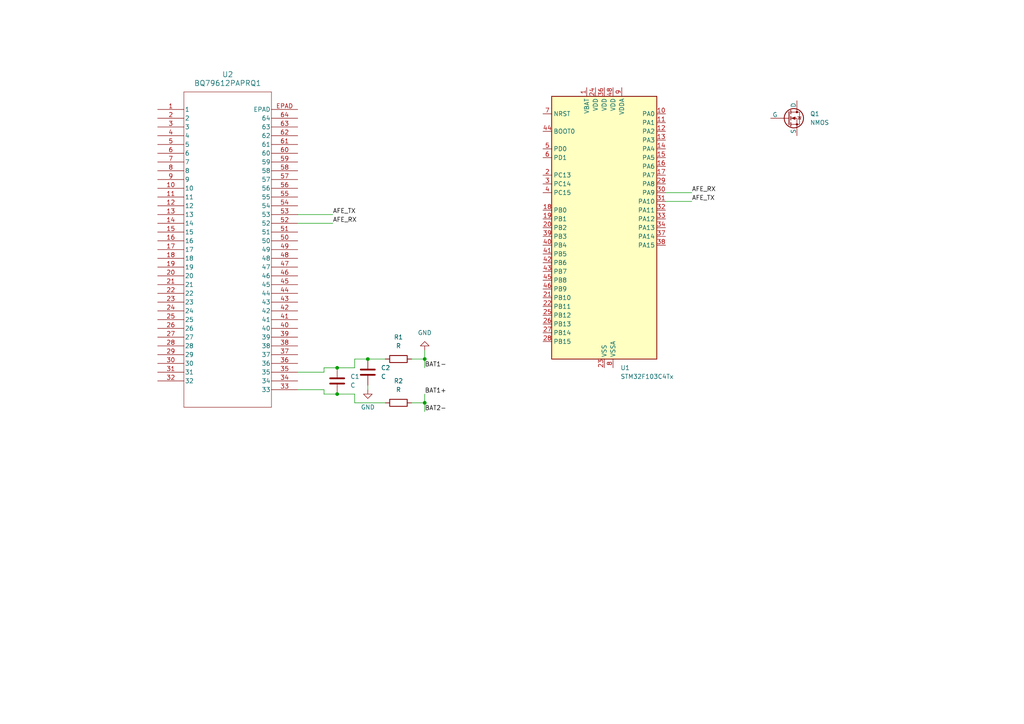
<source format=kicad_sch>
(kicad_sch (version 20250114) (generator "eeschema") (generator_version "9.0")
  (paper "A4")
  (lib_symbols
    (symbol "BQ79612:BQ79612PAPRQ1" (pin_names (offset 0.254))
      (property "Reference" "U" (at 20.32 10.16 0))
      (property "Value" "BQ79612PAPRQ1" (at 20.32 7.62 0))
      (symbol "BQ79612PAPRQ1_0_1"
        (polyline (pts (xy 7.62 5.08) (xy 7.62 -86.36)) (stroke (width 0.127)))
        (polyline (pts (xy 7.62 -86.36) (xy 33.02 -86.36)) (stroke (width 0.127)))
        (polyline (pts (xy 33.02 5.08) (xy 7.62 5.08)) (stroke (width 0.127)))
        (polyline (pts (xy 33.02 -86.36) (xy 33.02 5.08)) (stroke (width 0.127)))
        (pin unspecified line (at 0 0 0) (length 7.62) (name "1") (number "1"))
        (pin unspecified line (at 0 -2.54 0) (length 7.62) (name "2") (number "2"))
        (pin unspecified line (at 0 -5.08 0) (length 7.62) (name "3") (number "3"))
        (pin unspecified line (at 0 -7.62 0) (length 7.62) (name "4") (number "4"))
        (pin unspecified line (at 0 -10.16 0) (length 7.62) (name "5") (number "5"))
        (pin unspecified line (at 0 -12.7 0) (length 7.62) (name "6") (number "6"))
        (pin unspecified line (at 0 -15.24 0) (length 7.62) (name "7") (number "7"))
        (pin unspecified line (at 0 -17.78 0) (length 7.62) (name "8") (number "8"))
        (pin unspecified line (at 0 -20.32 0) (length 7.62) (name "9") (number "9"))
        (pin unspecified line (at 0 -22.86 0) (length 7.62) (name "10") (number "10"))
        (pin unspecified line (at 0 -25.4 0) (length 7.62) (name "11") (number "11"))
        (pin unspecified line (at 0 -27.94 0) (length 7.62) (name "12") (number "12"))
        (pin unspecified line (at 0 -30.48 0) (length 7.62) (name "13") (number "13"))
        (pin unspecified line (at 0 -33.02 0) (length 7.62) (name "14") (number "14"))
        (pin unspecified line (at 0 -35.56 0) (length 7.62) (name "15") (number "15"))
        (pin unspecified line (at 0 -38.1 0) (length 7.62) (name "16") (number "16"))
        (pin unspecified line (at 0 -40.64 0) (length 7.62) (name "17") (number "17"))
        (pin unspecified line (at 0 -43.18 0) (length 7.62) (name "18") (number "18"))
        (pin unspecified line (at 0 -45.72 0) (length 7.62) (name "19") (number "19"))
        (pin unspecified line (at 0 -48.26 0) (length 7.62) (name "20") (number "20"))
        (pin unspecified line (at 0 -50.8 0) (length 7.62) (name "21") (number "21"))
        (pin unspecified line (at 0 -53.34 0) (length 7.62) (name "22") (number "22"))
        (pin unspecified line (at 0 -55.88 0) (length 7.62) (name "23") (number "23"))
        (pin unspecified line (at 0 -58.42 0) (length 7.62) (name "24") (number "24"))
        (pin unspecified line (at 0 -60.96 0) (length 7.62) (name "25") (number "25"))
        (pin unspecified line (at 0 -63.5 0) (length 7.62) (name "26") (number "26"))
        (pin unspecified line (at 0 -66.04 0) (length 7.62) (name "27") (number "27"))
        (pin unspecified line (at 0 -68.58 0) (length 7.62) (name "28") (number "28"))
        (pin unspecified line (at 0 -71.12 0) (length 7.62) (name "29") (number "29"))
        (pin unspecified line (at 0 -73.66 0) (length 7.62) (name "30") (number "30"))
        (pin unspecified line (at 0 -76.2 0) (length 7.62) (name "31") (number "31"))
        (pin unspecified line (at 0 -78.74 0) (length 7.62) (name "32") (number "32"))
        (pin unspecified line (at 40.64 0 180) (length 7.62) (name "EPAD") (number "EPAD"))
        (pin unspecified line (at 40.64 -2.54 180) (length 7.62) (name "64") (number "64"))
        (pin unspecified line (at 40.64 -5.08 180) (length 7.62) (name "63") (number "63"))
        (pin unspecified line (at 40.64 -7.62 180) (length 7.62) (name "62") (number "62"))
        (pin unspecified line (at 40.64 -10.16 180) (length 7.62) (name "61") (number "61"))
        (pin unspecified line (at 40.64 -12.7 180) (length 7.62) (name "60") (number "60"))
        (pin unspecified line (at 40.64 -15.24 180) (length 7.62) (name "59") (number "59"))
        (pin unspecified line (at 40.64 -17.78 180) (length 7.62) (name "58") (number "58"))
        (pin unspecified line (at 40.64 -20.32 180) (length 7.62) (name "57") (number "57"))
        (pin unspecified line (at 40.64 -22.86 180) (length 7.62) (name "56") (number "56"))
        (pin unspecified line (at 40.64 -25.4 180) (length 7.62) (name "55") (number "55"))
        (pin unspecified line (at 40.64 -27.94 180) (length 7.62) (name "54") (number "54"))
        (pin unspecified line (at 40.64 -30.48 180) (length 7.62) (name "53") (number "53"))
        (pin unspecified line (at 40.64 -33.02 180) (length 7.62) (name "52") (number "52"))
        (pin unspecified line (at 40.64 -35.56 180) (length 7.62) (name "51") (number "51"))
        (pin unspecified line (at 40.64 -38.1 180) (length 7.62) (name "50") (number "50"))
        (pin unspecified line (at 40.64 -40.64 180) (length 7.62) (name "49") (number "49"))
        (pin unspecified line (at 40.64 -43.18 180) (length 7.62) (name "48") (number "48"))
        (pin unspecified line (at 40.64 -45.72 180) (length 7.62) (name "47") (number "47"))
        (pin unspecified line (at 40.64 -48.26 180) (length 7.62) (name "46") (number "46"))
        (pin unspecified line (at 40.64 -50.8 180) (length 7.62) (name "45") (number "45"))
        (pin unspecified line (at 40.64 -53.34 180) (length 7.62) (name "44") (number "44"))
        (pin unspecified line (at 40.64 -55.88 180) (length 7.62) (name "43") (number "43"))
        (pin unspecified line (at 40.64 -58.42 180) (length 7.62) (name "42") (number "42"))
        (pin unspecified line (at 40.64 -60.96 180) (length 7.62) (name "41") (number "41"))
        (pin unspecified line (at 40.64 -63.5 180) (length 7.62) (name "40") (number "40"))
        (pin unspecified line (at 40.64 -66.04 180) (length 7.62) (name "39") (number "39"))
        (pin unspecified line (at 40.64 -68.58 180) (length 7.62) (name "38") (number "38"))
        (pin unspecified line (at 40.64 -71.12 180) (length 7.62) (name "37") (number "37"))
        (pin unspecified line (at 40.64 -73.66 180) (length 7.62) (name "36") (number "36"))
        (pin unspecified line (at 40.64 -76.2 180) (length 7.62) (name "35") (number "35"))
        (pin unspecified line (at 40.64 -78.74 180) (length 7.62) (name "34") (number "34"))
        (pin unspecified line (at 40.64 -81.28 180) (length 7.62) (name "33") (number "33"))
      )
    )
    (symbol "Device:C" (pin_numbers (hide yes)) (pin_names (offset 0.254))
      (property "Reference" "C" (at 0.635 2.54 0))
      (property "Value" "C" (at 0.635 -2.54 0))
      (symbol "C_0_1"
        (polyline (pts (xy -2.032 0.762) (xy 2.032 0.762)) (stroke (width 0.508)))
        (polyline (pts (xy -2.032 -0.762) (xy 2.032 -0.762)) (stroke (width 0.508)))
      )
      (symbol "C_1_1"
        (pin passive line (at 0 3.81 270) (length 2.794) (name "~") (number "1"))
        (pin passive line (at 0 -3.81 90) (length 2.794) (name "~") (number "2"))
      )
    )
    (symbol "Device:R" (pin_numbers (hide yes)) (pin_names (offset 0))
      (property "Reference" "R" (at 2.032 0 90))
      (property "Value" "R" (at 0 0 90))
      (symbol "R_0_1"
        (rectangle (start -1.016 -2.54) (end 1.016 2.54) (stroke (width 0.254)))
      )
      (symbol "R_1_1"
        (pin passive line (at 0 3.81 270) (length 1.27) (name "~") (number "1"))
        (pin passive line (at 0 -3.81 90) (length 1.27) (name "~") (number "2"))
      )
    )
    (symbol "MCU_ST_STM32F1:STM32F103C4Tx"
      (property "Reference" "U" (at -15.24 39.37 0))
      (property "Value" "STM32F103C4Tx" (at 7.62 39.37 0))
      (symbol "STM32F103C4Tx_0_1"
        (rectangle (start -15.24 -38.1) (end 15.24 38.1) (stroke (width 0.254)) (fill (type background)))
      )
      (symbol "STM32F103C4Tx_1_1"
        (pin input line (at -17.78 33.02 0) (length 2.54) (name "NRST") (number "7"))
        (pin input line (at -17.78 27.94 0) (length 2.54) (name "BOOT0") (number "44"))
        (pin bidirectional line (at -17.78 22.86 0) (length 2.54) (name "PD0") (number "5"))
        (pin bidirectional line (at -17.78 20.32 0) (length 2.54) (name "PD1") (number "6"))
        (pin bidirectional line (at -17.78 15.24 0) (length 2.54) (name "PC13") (number "2"))
        (pin bidirectional line (at -17.78 12.7 0) (length 2.54) (name "PC14") (number "3"))
        (pin bidirectional line (at -17.78 10.16 0) (length 2.54) (name "PC15") (number "4"))
        (pin bidirectional line (at -17.78 5.08 0) (length 2.54) (name "PB0") (number "18"))
        (pin bidirectional line (at -17.78 2.54 0) (length 2.54) (name "PB1") (number "19"))
        (pin bidirectional line (at -17.78 0 0) (length 2.54) (name "PB2") (number "20"))
        (pin bidirectional line (at -17.78 -2.54 0) (length 2.54) (name "PB3") (number "39"))
        (pin bidirectional line (at -17.78 -5.08 0) (length 2.54) (name "PB4") (number "40"))
        (pin bidirectional line (at -17.78 -7.62 0) (length 2.54) (name "PB5") (number "41"))
        (pin bidirectional line (at -17.78 -10.16 0) (length 2.54) (name "PB6") (number "42"))
        (pin bidirectional line (at -17.78 -12.7 0) (length 2.54) (name "PB7") (number "43"))
        (pin bidirectional line (at -17.78 -15.24 0) (length 2.54) (name "PB8") (number "45"))
        (pin bidirectional line (at -17.78 -17.78 0) (length 2.54) (name "PB9") (number "46"))
        (pin bidirectional line (at -17.78 -20.32 0) (length 2.54) (name "PB10") (number "21"))
        (pin bidirectional line (at -17.78 -22.86 0) (length 2.54) (name "PB11") (number "22"))
        (pin bidirectional line (at -17.78 -25.4 0) (length 2.54) (name "PB12") (number "25"))
        (pin bidirectional line (at -17.78 -27.94 0) (length 2.54) (name "PB13") (number "26"))
        (pin bidirectional line (at -17.78 -30.48 0) (length 2.54) (name "PB14") (number "27"))
        (pin bidirectional line (at -17.78 -33.02 0) (length 2.54) (name "PB15") (number "28"))
        (pin power_in line (at -5.08 40.64 270) (length 2.54) (name "VBAT") (number "1"))
        (pin power_in line (at -2.54 40.64 270) (length 2.54) (name "VDD") (number "24"))
        (pin power_in line (at 0 40.64 270) (length 2.54) (name "VDD") (number "36"))
        (pin power_in line (at 0 -40.64 90) (length 2.54) (name "VSS") (number "23"))
        (pin passive line (at 0 -40.64 90) (length 2.54) (hide yes) (name "VSS") (number "35"))
        (pin passive line (at 0 -40.64 90) (length 2.54) (hide yes) (name "VSS") (number "47"))
        (pin power_in line (at 2.54 40.64 270) (length 2.54) (name "VDD") (number "48"))
        (pin power_in line (at 2.54 -40.64 90) (length 2.54) (name "VSSA") (number "8"))
        (pin power_in line (at 5.08 40.64 270) (length 2.54) (name "VDDA") (number "9"))
        (pin bidirectional line (at 17.78 33.02 180) (length 2.54) (name "PA0") (number "10"))
        (pin bidirectional line (at 17.78 30.48 180) (length 2.54) (name "PA1") (number "11"))
        (pin bidirectional line (at 17.78 27.94 180) (length 2.54) (name "PA2") (number "12"))
        (pin bidirectional line (at 17.78 25.4 180) (length 2.54) (name "PA3") (number "13"))
        (pin bidirectional line (at 17.78 22.86 180) (length 2.54) (name "PA4") (number "14"))
        (pin bidirectional line (at 17.78 20.32 180) (length 2.54) (name "PA5") (number "15"))
        (pin bidirectional line (at 17.78 17.78 180) (length 2.54) (name "PA6") (number "16"))
        (pin bidirectional line (at 17.78 15.24 180) (length 2.54) (name "PA7") (number "17"))
        (pin bidirectional line (at 17.78 12.7 180) (length 2.54) (name "PA8") (number "29"))
        (pin bidirectional line (at 17.78 10.16 180) (length 2.54) (name "PA9") (number "30"))
        (pin bidirectional line (at 17.78 7.62 180) (length 2.54) (name "PA10") (number "31"))
        (pin bidirectional line (at 17.78 5.08 180) (length 2.54) (name "PA11") (number "32"))
        (pin bidirectional line (at 17.78 2.54 180) (length 2.54) (name "PA12") (number "33"))
        (pin bidirectional line (at 17.78 0 180) (length 2.54) (name "PA13") (number "34"))
        (pin bidirectional line (at 17.78 -2.54 180) (length 2.54) (name "PA14") (number "37"))
        (pin bidirectional line (at 17.78 -5.08 180) (length 2.54) (name "PA15") (number "38"))
      )
    )
    (symbol "Simulation_SPICE:NMOS" (pin_numbers (hide yes)) (pin_names (offset 0))
      (property "Reference" "Q" (at 5.08 1.27 0))
      (property "Value" "NMOS" (at 5.08 -1.27 0))
      (symbol "NMOS_0_1"
        (polyline (pts (xy 0.254 1.905) (xy 0.254 -1.905)) (stroke (width 0.254)))
        (polyline (pts (xy 0.254 0) (xy -2.54 0)))
        (polyline (pts (xy 0.762 2.286) (xy 0.762 1.27)) (stroke (width 0.254)))
        (polyline (pts (xy 0.762 0.508) (xy 0.762 -0.508)) (stroke (width 0.254)))
        (polyline (pts (xy 0.762 -1.27) (xy 0.762 -2.286)) (stroke (width 0.254)))
        (polyline (pts (xy 0.762 -1.778) (xy 3.302 -1.778) (xy 3.302 1.778) (xy 0.762 1.778)))
        (polyline (pts (xy 1.016 0) (xy 2.032 0.381) (xy 2.032 -0.381) (xy 1.016 0)) (fill (type outline)))
        (circle (center 1.651 0) (radius 2.794) (stroke (width 0.254)))
        (polyline (pts (xy 2.54 2.54) (xy 2.54 1.778)))
        (circle (center 2.54 1.778) (radius 0.254) (fill (type outline)))
        (circle (center 2.54 -1.778) (radius 0.254) (fill (type outline)))
        (polyline (pts (xy 2.54 -2.54) (xy 2.54 0) (xy 0.762 0)))
        (polyline (pts (xy 2.794 0.508) (xy 2.921 0.381) (xy 3.683 0.381) (xy 3.81 0.254)))
        (polyline (pts (xy 3.302 0.381) (xy 2.921 -0.254) (xy 3.683 -0.254) (xy 3.302 0.381)))
      )
      (symbol "NMOS_1_1"
        (pin input line (at -5.08 0 0) (length 2.54) (name "G") (number "2"))
        (pin passive line (at 2.54 5.08 270) (length 2.54) (name "D") (number "1"))
        (pin passive line (at 2.54 -5.08 90) (length 2.54) (name "S") (number "3"))
      )
    )
    (symbol "power:GND" (power) (pin_numbers (hide yes)) (pin_names (offset 0) (hide yes))
      (property "Value" "GND" (at 0 -3.81 0))
      (symbol "GND_0_1"
        (polyline (pts (xy 0 0) (xy 0 -1.27) (xy 1.27 -1.27) (xy 0 -2.54) (xy -1.27 -1.27) (xy 0 -1.27)))
      )
      (symbol "GND_1_1"
        (pin power_in line (at 0 0 270) (length 0) (name "~") (number "1"))
      )
    )
  )
  (junction (at 123.19 104.14))
  (junction (at 97.79 114.3))
  (junction (at 123.19 116.84))
  (junction (at 97.79 106.68))
  (junction (at 106.68 104.14))
  (wire (pts (xy 123.19 104.14) (xy 123.19 106.68)))
  (wire (pts (xy 102.87 114.3) (xy 102.87 116.84)))
  (wire (pts (xy 86.36 64.77) (xy 96.52 64.77)))
  (wire (pts (xy 93.98 113.03) (xy 93.98 114.3)))
  (wire (pts (xy 123.19 101.6) (xy 123.19 104.14)))
  (wire (pts (xy 123.19 116.84) (xy 123.19 119.38)))
  (wire (pts (xy 97.79 106.68) (xy 102.87 106.68)))
  (wire (pts (xy 93.98 106.68) (xy 97.79 106.68)))
  (wire (pts (xy 93.98 107.95) (xy 93.98 106.68)))
  (wire (pts (xy 193.04 58.42) (xy 200.66 58.42)))
  (wire (pts (xy 102.87 106.68) (xy 102.87 104.14)))
  (wire (pts (xy 193.04 55.88) (xy 200.66 55.88)))
  (wire (pts (xy 102.87 104.14) (xy 106.68 104.14)))
  (wire (pts (xy 86.36 113.03) (xy 93.98 113.03)))
  (wire (pts (xy 93.98 114.3) (xy 97.79 114.3)))
  (wire (pts (xy 119.38 116.84) (xy 123.19 116.84)))
  (wire (pts (xy 102.87 116.84) (xy 111.76 116.84)))
  (wire (pts (xy 86.36 107.95) (xy 93.98 107.95)))
  (wire (pts (xy 86.36 62.23) (xy 96.52 62.23)))
  (wire (pts (xy 106.68 104.14) (xy 111.76 104.14)))
  (wire (pts (xy 119.38 104.14) (xy 123.19 104.14)))
  (wire (pts (xy 106.68 111.76) (xy 106.68 113.03)))
  (wire (pts (xy 123.19 114.3) (xy 123.19 116.84)))
  (wire (pts (xy 97.79 114.3) (xy 102.87 114.3)))
  (label "AFE_RX" (at 96.52 64.77 0))
  (label "AFE_RX" (at 200.66 55.88 0))
  (label "AFE_TX" (at 200.66 58.42 0))
  (label "AFE_TX" (at 96.52 62.23 0))
  (label "BAT1+" (at 123.19 114.3 0))
  (label "BAT1-" (at 123.19 106.68 0))
  (label "BAT2-" (at 123.19 119.38 0))
  (symbol (lib_id "Device:R") (at 115.57 104.14 90) (unit 1)
    (property "Reference" "R1" (at 115.57 97.79 90))
    (property "Value" "R" (at 115.57 100.33 90))
    (property "Description" "Resistor" (effects (hide yes)))
  )
  (symbol (lib_id "power:GND") (at 106.68 113.03 0) (unit 1)
    (property "Reference" "#PWR01" (effects (hide yes)))
    (property "Value" "GND" (at 106.68 118.11 0))
    (property "Description" "Power symbol creates a global label with name \"GND\" , ground" (effects (hide yes)))
  )
  (symbol (lib_id "Device:C") (at 97.79 110.49 0) (unit 1)
    (property "Reference" "C1" (at 101.6 109.2199 0) (effects (justify left)))
    (property "Value" "C" (at 101.6 111.7599 0) (effects (justify left)))
    (property "Description" "Unpolarized capacitor" (effects (hide yes)))
  )
  (symbol (lib_id "BQ79612:BQ79612PAPRQ1") (at 45.72 31.75 0) (unit 1)
    (property "Reference" "U2" (at 66.04 21.59 0) (effects (font (size 1.524 1.524))))
    (property "Value" "BQ79612PAPRQ1" (at 66.04 24.13 0) (effects (font (size 1.524 1.524))))
    (property "Footprint" "footprints:QFP_2PAPRQ1_TEX" (effects (hide yes)))
    (property "Datasheet" "https://www.ti.com/lit/gpn/bq79612-q1" (effects (hide yes)))
  )
  (symbol (lib_id "Simulation_SPICE:NMOS") (at 228.6 34.29 0) (unit 1)
    (property "Reference" "Q1" (at 234.95 33.0199 0) (effects (justify left)))
    (property "Value" "NMOS" (at 234.95 35.5599 0) (effects (justify left)))
    (property "Datasheet" "https://ngspice.sourceforge.io/docs/ngspice-html-manual/manual.xhtml#cha_MOSFETs" (effects (hide yes)))
    (property "Description" "N-MOSFET transistor, drain/source/gate" (effects (hide yes)))
    (property "Sim.Device" "NMOS" (effects (hide yes)))
    (property "Sim.Type" "VDMOS" (effects (hide yes)))
    (property "Sim.Pins" "1=D 2=G 3=S" (effects (hide yes)))
  )
  (symbol (lib_id "power:GND") (at 123.19 101.6 180) (unit 1)
    (property "Reference" "#PWR02" (effects (hide yes)))
    (property "Value" "GND" (at 123.19 96.52 0))
    (property "Description" "Power symbol creates a global label with name \"GND\" , ground" (effects (hide yes)))
  )
  (symbol (lib_id "MCU_ST_STM32F1:STM32F103C4Tx") (at 175.26 66.04 0) (unit 1)
    (property "Reference" "U1" (at 179.9433 106.68 0) (effects (justify left)))
    (property "Value" "STM32F103C4Tx" (at 179.9433 109.22 0) (effects (justify left)))
    (property "Footprint" "Package_QFP:LQFP-48_7x7mm_P0.5mm" (effects (hide yes)))
    (property "Datasheet" "https://www.st.com/resource/en/datasheet/stm32f103c4.pdf" (effects (hide yes)))
    (property "Description" "STMicroelectronics Arm Cortex-M3 MCU, 16KB flash, 6KB RAM, 72 MHz, 2.0-3.6V, 37 GPIO, LQFP48" (effects (hide yes)))
  )
  (symbol (lib_id "Device:C") (at 106.68 107.95 0) (unit 1)
    (property "Reference" "C2" (at 110.49 106.6799 0) (effects (justify left)))
    (property "Value" "C" (at 110.49 109.2199 0) (effects (justify left)))
    (property "Description" "Unpolarized capacitor" (effects (hide yes)))
  )
  (symbol (lib_id "Device:R") (at 115.57 116.84 90) (unit 1)
    (property "Reference" "R2" (at 115.57 110.49 90))
    (property "Value" "R" (at 115.57 113.03 90))
    (property "Description" "Resistor" (effects (hide yes)))
  )
)
</source>
